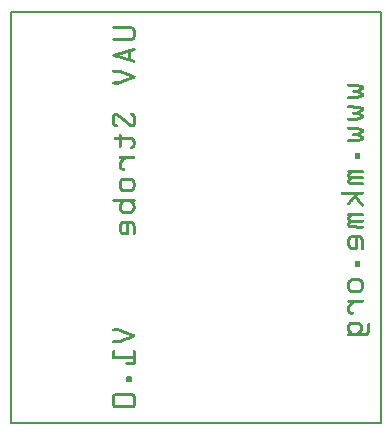
<source format=gbo>
G04 MADE WITH FRITZING*
G04 WWW.FRITZING.ORG*
G04 DOUBLE SIDED*
G04 HOLES PLATED*
G04 CONTOUR ON CENTER OF CONTOUR VECTOR*
%ASAXBY*%
%FSLAX23Y23*%
%MOIN*%
%OFA0B0*%
%SFA1.0B1.0*%
%ADD10R,1.242500X1.380760X1.226500X1.364760*%
%ADD11C,0.008000*%
%ADD12R,0.001000X0.001000*%
%LNSILK0*%
G90*
G70*
G54D11*
X4Y1377D02*
X1239Y1377D01*
X1239Y4D01*
X4Y4D01*
X4Y1377D01*
D02*
G54D12*
X346Y1327D02*
X410Y1327D01*
X345Y1326D02*
X412Y1326D01*
X344Y1325D02*
X414Y1325D01*
X344Y1324D02*
X415Y1324D01*
X344Y1323D02*
X416Y1323D01*
X344Y1322D02*
X417Y1322D01*
X344Y1321D02*
X418Y1321D01*
X345Y1320D02*
X419Y1320D01*
X345Y1319D02*
X419Y1319D01*
X347Y1318D02*
X420Y1318D01*
X409Y1317D02*
X420Y1317D01*
X410Y1316D02*
X420Y1316D01*
X411Y1315D02*
X420Y1315D01*
X411Y1314D02*
X421Y1314D01*
X411Y1313D02*
X421Y1313D01*
X412Y1312D02*
X421Y1312D01*
X412Y1311D02*
X421Y1311D01*
X412Y1310D02*
X421Y1310D01*
X412Y1309D02*
X421Y1309D01*
X412Y1308D02*
X421Y1308D01*
X412Y1307D02*
X421Y1307D01*
X412Y1306D02*
X421Y1306D01*
X412Y1305D02*
X421Y1305D01*
X412Y1304D02*
X421Y1304D01*
X412Y1303D02*
X421Y1303D01*
X412Y1302D02*
X421Y1302D01*
X412Y1301D02*
X421Y1301D01*
X412Y1300D02*
X421Y1300D01*
X412Y1299D02*
X421Y1299D01*
X412Y1298D02*
X421Y1298D01*
X412Y1297D02*
X421Y1297D01*
X412Y1296D02*
X421Y1296D01*
X412Y1295D02*
X421Y1295D01*
X412Y1294D02*
X421Y1294D01*
X412Y1293D02*
X421Y1293D01*
X411Y1292D02*
X421Y1292D01*
X411Y1291D02*
X420Y1291D01*
X410Y1290D02*
X420Y1290D01*
X409Y1289D02*
X420Y1289D01*
X407Y1288D02*
X420Y1288D01*
X346Y1287D02*
X419Y1287D01*
X345Y1286D02*
X419Y1286D01*
X344Y1285D02*
X418Y1285D01*
X344Y1284D02*
X418Y1284D01*
X344Y1283D02*
X417Y1283D01*
X344Y1282D02*
X416Y1282D01*
X344Y1281D02*
X415Y1281D01*
X345Y1280D02*
X413Y1280D01*
X346Y1279D02*
X411Y1279D01*
X348Y1278D02*
X407Y1278D01*
X413Y1255D02*
X418Y1255D01*
X410Y1254D02*
X419Y1254D01*
X406Y1253D02*
X420Y1253D01*
X403Y1252D02*
X420Y1252D01*
X400Y1251D02*
X421Y1251D01*
X396Y1250D02*
X421Y1250D01*
X393Y1249D02*
X420Y1249D01*
X389Y1248D02*
X420Y1248D01*
X386Y1247D02*
X419Y1247D01*
X383Y1246D02*
X417Y1246D01*
X379Y1245D02*
X414Y1245D01*
X376Y1244D02*
X411Y1244D01*
X372Y1243D02*
X407Y1243D01*
X369Y1242D02*
X404Y1242D01*
X366Y1241D02*
X404Y1241D01*
X362Y1240D02*
X404Y1240D01*
X359Y1239D02*
X404Y1239D01*
X355Y1238D02*
X390Y1238D01*
X395Y1238D02*
X404Y1238D01*
X352Y1237D02*
X387Y1237D01*
X395Y1237D02*
X404Y1237D01*
X348Y1236D02*
X383Y1236D01*
X395Y1236D02*
X404Y1236D01*
X346Y1235D02*
X380Y1235D01*
X395Y1235D02*
X404Y1235D01*
X345Y1234D02*
X377Y1234D01*
X395Y1234D02*
X404Y1234D01*
X344Y1233D02*
X373Y1233D01*
X395Y1233D02*
X404Y1233D01*
X344Y1232D02*
X370Y1232D01*
X395Y1232D02*
X404Y1232D01*
X344Y1231D02*
X367Y1231D01*
X395Y1231D02*
X404Y1231D01*
X344Y1230D02*
X369Y1230D01*
X395Y1230D02*
X404Y1230D01*
X344Y1229D02*
X372Y1229D01*
X395Y1229D02*
X404Y1229D01*
X345Y1228D02*
X375Y1228D01*
X395Y1228D02*
X404Y1228D01*
X345Y1227D02*
X379Y1227D01*
X395Y1227D02*
X404Y1227D01*
X347Y1226D02*
X382Y1226D01*
X395Y1226D02*
X404Y1226D01*
X351Y1225D02*
X386Y1225D01*
X395Y1225D02*
X404Y1225D01*
X354Y1224D02*
X389Y1224D01*
X395Y1224D02*
X404Y1224D01*
X357Y1223D02*
X392Y1223D01*
X394Y1223D02*
X404Y1223D01*
X361Y1222D02*
X404Y1222D01*
X364Y1221D02*
X404Y1221D01*
X368Y1220D02*
X404Y1220D01*
X371Y1219D02*
X406Y1219D01*
X375Y1218D02*
X409Y1218D01*
X378Y1217D02*
X413Y1217D01*
X381Y1216D02*
X416Y1216D01*
X385Y1215D02*
X419Y1215D01*
X388Y1214D02*
X420Y1214D01*
X392Y1213D02*
X420Y1213D01*
X395Y1212D02*
X420Y1212D01*
X399Y1211D02*
X421Y1211D01*
X402Y1210D02*
X420Y1210D01*
X406Y1209D02*
X420Y1209D01*
X409Y1208D02*
X420Y1208D01*
X412Y1207D02*
X419Y1207D01*
X416Y1206D02*
X417Y1206D01*
X346Y1183D02*
X368Y1183D01*
X345Y1182D02*
X370Y1182D01*
X344Y1181D02*
X373Y1181D01*
X344Y1180D02*
X375Y1180D01*
X344Y1179D02*
X378Y1179D01*
X344Y1178D02*
X380Y1178D01*
X344Y1177D02*
X383Y1177D01*
X345Y1176D02*
X386Y1176D01*
X345Y1175D02*
X388Y1175D01*
X347Y1174D02*
X391Y1174D01*
X366Y1173D02*
X393Y1173D01*
X369Y1172D02*
X396Y1172D01*
X371Y1171D02*
X398Y1171D01*
X374Y1170D02*
X401Y1170D01*
X377Y1169D02*
X404Y1169D01*
X379Y1168D02*
X406Y1168D01*
X382Y1167D02*
X409Y1167D01*
X384Y1166D02*
X411Y1166D01*
X387Y1165D02*
X414Y1165D01*
X389Y1164D02*
X416Y1164D01*
X392Y1163D02*
X419Y1163D01*
X394Y1162D02*
X420Y1162D01*
X397Y1161D02*
X420Y1161D01*
X399Y1160D02*
X421Y1160D01*
X402Y1159D02*
X421Y1159D01*
X401Y1158D02*
X421Y1158D01*
X398Y1157D02*
X420Y1157D01*
X395Y1156D02*
X420Y1156D01*
X393Y1155D02*
X419Y1155D01*
X390Y1154D02*
X417Y1154D01*
X388Y1153D02*
X415Y1153D01*
X385Y1152D02*
X412Y1152D01*
X383Y1151D02*
X409Y1151D01*
X380Y1150D02*
X407Y1150D01*
X378Y1149D02*
X404Y1149D01*
X375Y1148D02*
X402Y1148D01*
X372Y1147D02*
X399Y1147D01*
X370Y1146D02*
X397Y1146D01*
X367Y1145D02*
X394Y1145D01*
X349Y1144D02*
X392Y1144D01*
X346Y1143D02*
X389Y1143D01*
X345Y1142D02*
X386Y1142D01*
X344Y1141D02*
X384Y1141D01*
X344Y1140D02*
X381Y1140D01*
X344Y1139D02*
X379Y1139D01*
X344Y1138D02*
X376Y1138D01*
X344Y1137D02*
X374Y1137D01*
X345Y1136D02*
X371Y1136D01*
X1129Y1136D02*
X1147Y1136D01*
X346Y1135D02*
X368Y1135D01*
X1128Y1135D02*
X1162Y1135D01*
X348Y1134D02*
X366Y1134D01*
X1127Y1134D02*
X1166Y1134D01*
X1127Y1133D02*
X1169Y1133D01*
X1126Y1132D02*
X1173Y1132D01*
X1126Y1131D02*
X1176Y1131D01*
X1127Y1130D02*
X1179Y1130D01*
X1127Y1129D02*
X1181Y1129D01*
X1128Y1128D02*
X1181Y1128D01*
X1129Y1127D02*
X1182Y1127D01*
X1144Y1126D02*
X1182Y1126D01*
X1162Y1125D02*
X1182Y1125D01*
X1165Y1124D02*
X1182Y1124D01*
X1169Y1123D02*
X1182Y1123D01*
X1170Y1122D02*
X1182Y1122D01*
X1169Y1121D02*
X1182Y1121D01*
X1167Y1120D02*
X1182Y1120D01*
X1165Y1119D02*
X1182Y1119D01*
X1164Y1118D02*
X1181Y1118D01*
X1162Y1117D02*
X1181Y1117D01*
X1160Y1116D02*
X1179Y1116D01*
X1146Y1115D02*
X1178Y1115D01*
X1145Y1114D02*
X1176Y1114D01*
X1144Y1113D02*
X1174Y1113D01*
X1144Y1112D02*
X1173Y1112D01*
X1143Y1111D02*
X1171Y1111D01*
X1143Y1110D02*
X1171Y1110D01*
X1144Y1109D02*
X1173Y1109D01*
X1144Y1108D02*
X1175Y1108D01*
X1145Y1107D02*
X1176Y1107D01*
X1146Y1106D02*
X1178Y1106D01*
X1161Y1105D02*
X1180Y1105D01*
X1162Y1104D02*
X1181Y1104D01*
X1164Y1103D02*
X1182Y1103D01*
X1166Y1102D02*
X1182Y1102D01*
X1168Y1101D02*
X1182Y1101D01*
X1169Y1100D02*
X1182Y1100D01*
X1170Y1099D02*
X1182Y1099D01*
X1168Y1098D02*
X1182Y1098D01*
X1164Y1097D02*
X1182Y1097D01*
X1161Y1096D02*
X1182Y1096D01*
X1138Y1095D02*
X1182Y1095D01*
X1129Y1094D02*
X1182Y1094D01*
X1128Y1093D02*
X1181Y1093D01*
X1127Y1092D02*
X1180Y1092D01*
X1127Y1091D02*
X1179Y1091D01*
X1126Y1090D02*
X1176Y1090D01*
X1126Y1089D02*
X1172Y1089D01*
X1127Y1088D02*
X1169Y1088D01*
X1127Y1087D02*
X1166Y1087D01*
X1128Y1086D02*
X1162Y1086D01*
X1130Y1085D02*
X1140Y1085D01*
X1129Y1064D02*
X1148Y1064D01*
X1128Y1063D02*
X1162Y1063D01*
X1127Y1062D02*
X1166Y1062D01*
X1127Y1061D02*
X1169Y1061D01*
X1126Y1060D02*
X1173Y1060D01*
X1126Y1059D02*
X1176Y1059D01*
X1127Y1058D02*
X1179Y1058D01*
X1127Y1057D02*
X1181Y1057D01*
X1128Y1056D02*
X1181Y1056D01*
X1129Y1055D02*
X1182Y1055D01*
X1145Y1054D02*
X1182Y1054D01*
X1162Y1053D02*
X1182Y1053D01*
X1165Y1052D02*
X1182Y1052D01*
X1169Y1051D02*
X1182Y1051D01*
X1170Y1050D02*
X1182Y1050D01*
X1169Y1049D02*
X1182Y1049D01*
X1167Y1048D02*
X1182Y1048D01*
X1165Y1047D02*
X1182Y1047D01*
X1164Y1046D02*
X1181Y1046D01*
X1162Y1045D02*
X1181Y1045D01*
X1160Y1044D02*
X1179Y1044D01*
X1146Y1043D02*
X1178Y1043D01*
X1145Y1042D02*
X1176Y1042D01*
X1144Y1041D02*
X1174Y1041D01*
X1144Y1040D02*
X1172Y1040D01*
X351Y1039D02*
X358Y1039D01*
X406Y1039D02*
X412Y1039D01*
X1143Y1039D02*
X1171Y1039D01*
X349Y1038D02*
X360Y1038D01*
X404Y1038D02*
X414Y1038D01*
X1143Y1038D02*
X1171Y1038D01*
X348Y1037D02*
X362Y1037D01*
X404Y1037D02*
X415Y1037D01*
X1144Y1037D02*
X1173Y1037D01*
X347Y1036D02*
X363Y1036D01*
X403Y1036D02*
X416Y1036D01*
X1144Y1036D02*
X1175Y1036D01*
X346Y1035D02*
X364Y1035D01*
X403Y1035D02*
X417Y1035D01*
X1145Y1035D02*
X1176Y1035D01*
X345Y1034D02*
X366Y1034D01*
X403Y1034D02*
X418Y1034D01*
X1146Y1034D02*
X1178Y1034D01*
X345Y1033D02*
X367Y1033D01*
X403Y1033D02*
X419Y1033D01*
X1161Y1033D02*
X1180Y1033D01*
X344Y1032D02*
X368Y1032D01*
X404Y1032D02*
X419Y1032D01*
X1162Y1032D02*
X1181Y1032D01*
X344Y1031D02*
X369Y1031D01*
X405Y1031D02*
X420Y1031D01*
X1164Y1031D02*
X1182Y1031D01*
X344Y1030D02*
X371Y1030D01*
X407Y1030D02*
X420Y1030D01*
X1166Y1030D02*
X1182Y1030D01*
X344Y1029D02*
X353Y1029D01*
X356Y1029D02*
X372Y1029D01*
X410Y1029D02*
X420Y1029D01*
X1168Y1029D02*
X1182Y1029D01*
X344Y1028D02*
X353Y1028D01*
X358Y1028D02*
X373Y1028D01*
X411Y1028D02*
X420Y1028D01*
X1169Y1028D02*
X1182Y1028D01*
X344Y1027D02*
X353Y1027D01*
X359Y1027D02*
X375Y1027D01*
X411Y1027D02*
X421Y1027D01*
X1170Y1027D02*
X1182Y1027D01*
X344Y1026D02*
X353Y1026D01*
X360Y1026D02*
X376Y1026D01*
X412Y1026D02*
X421Y1026D01*
X1168Y1026D02*
X1182Y1026D01*
X344Y1025D02*
X353Y1025D01*
X361Y1025D02*
X377Y1025D01*
X412Y1025D02*
X421Y1025D01*
X1164Y1025D02*
X1182Y1025D01*
X344Y1024D02*
X353Y1024D01*
X363Y1024D02*
X378Y1024D01*
X412Y1024D02*
X421Y1024D01*
X1161Y1024D02*
X1182Y1024D01*
X344Y1023D02*
X353Y1023D01*
X364Y1023D02*
X380Y1023D01*
X412Y1023D02*
X421Y1023D01*
X1137Y1023D02*
X1182Y1023D01*
X344Y1022D02*
X353Y1022D01*
X365Y1022D02*
X381Y1022D01*
X412Y1022D02*
X421Y1022D01*
X1129Y1022D02*
X1182Y1022D01*
X344Y1021D02*
X353Y1021D01*
X367Y1021D02*
X382Y1021D01*
X412Y1021D02*
X421Y1021D01*
X1128Y1021D02*
X1181Y1021D01*
X344Y1020D02*
X353Y1020D01*
X368Y1020D02*
X384Y1020D01*
X412Y1020D02*
X421Y1020D01*
X1127Y1020D02*
X1180Y1020D01*
X344Y1019D02*
X353Y1019D01*
X369Y1019D02*
X385Y1019D01*
X412Y1019D02*
X421Y1019D01*
X1127Y1019D02*
X1179Y1019D01*
X344Y1018D02*
X353Y1018D01*
X370Y1018D02*
X386Y1018D01*
X412Y1018D02*
X421Y1018D01*
X1126Y1018D02*
X1175Y1018D01*
X344Y1017D02*
X353Y1017D01*
X372Y1017D02*
X387Y1017D01*
X412Y1017D02*
X421Y1017D01*
X1126Y1017D02*
X1172Y1017D01*
X344Y1016D02*
X353Y1016D01*
X373Y1016D02*
X389Y1016D01*
X412Y1016D02*
X421Y1016D01*
X1127Y1016D02*
X1169Y1016D01*
X344Y1015D02*
X353Y1015D01*
X374Y1015D02*
X390Y1015D01*
X412Y1015D02*
X421Y1015D01*
X1127Y1015D02*
X1165Y1015D01*
X344Y1014D02*
X353Y1014D01*
X376Y1014D02*
X391Y1014D01*
X412Y1014D02*
X421Y1014D01*
X1128Y1014D02*
X1162Y1014D01*
X344Y1013D02*
X353Y1013D01*
X377Y1013D02*
X393Y1013D01*
X412Y1013D02*
X421Y1013D01*
X1130Y1013D02*
X1138Y1013D01*
X344Y1012D02*
X353Y1012D01*
X378Y1012D02*
X394Y1012D01*
X412Y1012D02*
X421Y1012D01*
X344Y1011D02*
X353Y1011D01*
X379Y1011D02*
X395Y1011D01*
X412Y1011D02*
X421Y1011D01*
X344Y1010D02*
X353Y1010D01*
X381Y1010D02*
X396Y1010D01*
X412Y1010D02*
X421Y1010D01*
X344Y1009D02*
X353Y1009D01*
X382Y1009D02*
X398Y1009D01*
X412Y1009D02*
X421Y1009D01*
X344Y1008D02*
X353Y1008D01*
X383Y1008D02*
X399Y1008D01*
X412Y1008D02*
X421Y1008D01*
X344Y1007D02*
X353Y1007D01*
X385Y1007D02*
X400Y1007D01*
X412Y1007D02*
X421Y1007D01*
X344Y1006D02*
X353Y1006D01*
X386Y1006D02*
X402Y1006D01*
X412Y1006D02*
X421Y1006D01*
X344Y1005D02*
X353Y1005D01*
X387Y1005D02*
X403Y1005D01*
X412Y1005D02*
X421Y1005D01*
X344Y1004D02*
X353Y1004D01*
X388Y1004D02*
X404Y1004D01*
X412Y1004D02*
X421Y1004D01*
X344Y1003D02*
X353Y1003D01*
X390Y1003D02*
X406Y1003D01*
X412Y1003D02*
X421Y1003D01*
X344Y1002D02*
X353Y1002D01*
X391Y1002D02*
X407Y1002D01*
X412Y1002D02*
X421Y1002D01*
X344Y1001D02*
X354Y1001D01*
X392Y1001D02*
X408Y1001D01*
X411Y1001D02*
X421Y1001D01*
X344Y1000D02*
X357Y1000D01*
X394Y1000D02*
X421Y1000D01*
X345Y999D02*
X359Y999D01*
X395Y999D02*
X420Y999D01*
X345Y998D02*
X360Y998D01*
X396Y998D02*
X420Y998D01*
X345Y997D02*
X361Y997D01*
X397Y997D02*
X420Y997D01*
X346Y996D02*
X361Y996D01*
X399Y996D02*
X419Y996D01*
X347Y995D02*
X361Y995D01*
X400Y995D02*
X419Y995D01*
X348Y994D02*
X361Y994D01*
X401Y994D02*
X418Y994D01*
X349Y993D02*
X361Y993D01*
X403Y993D02*
X417Y993D01*
X350Y992D02*
X360Y992D01*
X404Y992D02*
X415Y992D01*
X1129Y992D02*
X1149Y992D01*
X352Y991D02*
X359Y991D01*
X406Y991D02*
X414Y991D01*
X1128Y991D02*
X1162Y991D01*
X1127Y990D02*
X1166Y990D01*
X1127Y989D02*
X1169Y989D01*
X1126Y988D02*
X1173Y988D01*
X1126Y987D02*
X1176Y987D01*
X1127Y986D02*
X1179Y986D01*
X1127Y985D02*
X1181Y985D01*
X1128Y984D02*
X1181Y984D01*
X1129Y983D02*
X1182Y983D01*
X1147Y982D02*
X1182Y982D01*
X1162Y981D02*
X1182Y981D01*
X1165Y980D02*
X1182Y980D01*
X1169Y979D02*
X1182Y979D01*
X1170Y978D02*
X1182Y978D01*
X1169Y977D02*
X1182Y977D01*
X1167Y976D02*
X1182Y976D01*
X1165Y975D02*
X1182Y975D01*
X1164Y974D02*
X1181Y974D01*
X1162Y973D02*
X1181Y973D01*
X1160Y972D02*
X1179Y972D01*
X1146Y971D02*
X1177Y971D01*
X1145Y970D02*
X1176Y970D01*
X1144Y969D02*
X1174Y969D01*
X1144Y968D02*
X1172Y968D01*
X367Y967D02*
X372Y967D01*
X1143Y967D02*
X1171Y967D01*
X366Y966D02*
X373Y966D01*
X1143Y966D02*
X1171Y966D01*
X365Y965D02*
X373Y965D01*
X1144Y965D02*
X1173Y965D01*
X365Y964D02*
X374Y964D01*
X1144Y964D02*
X1175Y964D01*
X365Y963D02*
X374Y963D01*
X1145Y963D02*
X1176Y963D01*
X365Y962D02*
X374Y962D01*
X1147Y962D02*
X1178Y962D01*
X365Y961D02*
X374Y961D01*
X1161Y961D02*
X1180Y961D01*
X365Y960D02*
X374Y960D01*
X1163Y960D02*
X1181Y960D01*
X365Y959D02*
X374Y959D01*
X1164Y959D02*
X1182Y959D01*
X365Y958D02*
X374Y958D01*
X1166Y958D02*
X1182Y958D01*
X350Y957D02*
X411Y957D01*
X1168Y957D02*
X1182Y957D01*
X349Y956D02*
X413Y956D01*
X1169Y956D02*
X1182Y956D01*
X348Y955D02*
X414Y955D01*
X1170Y955D02*
X1182Y955D01*
X348Y954D02*
X416Y954D01*
X1168Y954D02*
X1182Y954D01*
X348Y953D02*
X417Y953D01*
X1164Y953D02*
X1182Y953D01*
X348Y952D02*
X417Y952D01*
X1161Y952D02*
X1182Y952D01*
X348Y951D02*
X418Y951D01*
X1136Y951D02*
X1182Y951D01*
X349Y950D02*
X419Y950D01*
X1129Y950D02*
X1182Y950D01*
X350Y949D02*
X419Y949D01*
X1128Y949D02*
X1181Y949D01*
X352Y948D02*
X420Y948D01*
X1127Y948D02*
X1180Y948D01*
X365Y947D02*
X374Y947D01*
X409Y947D02*
X420Y947D01*
X1127Y947D02*
X1179Y947D01*
X365Y946D02*
X374Y946D01*
X410Y946D02*
X420Y946D01*
X1126Y946D02*
X1175Y946D01*
X365Y945D02*
X374Y945D01*
X411Y945D02*
X420Y945D01*
X1126Y945D02*
X1172Y945D01*
X365Y944D02*
X374Y944D01*
X411Y944D02*
X421Y944D01*
X1127Y944D02*
X1169Y944D01*
X365Y943D02*
X374Y943D01*
X412Y943D02*
X421Y943D01*
X1127Y943D02*
X1165Y943D01*
X365Y942D02*
X374Y942D01*
X412Y942D02*
X421Y942D01*
X1128Y942D02*
X1162Y942D01*
X365Y941D02*
X374Y941D01*
X412Y941D02*
X421Y941D01*
X1130Y941D02*
X1137Y941D01*
X365Y940D02*
X374Y940D01*
X412Y940D02*
X421Y940D01*
X365Y939D02*
X374Y939D01*
X412Y939D02*
X421Y939D01*
X365Y938D02*
X374Y938D01*
X412Y938D02*
X421Y938D01*
X365Y937D02*
X374Y937D01*
X412Y937D02*
X421Y937D01*
X365Y936D02*
X374Y936D01*
X412Y936D02*
X421Y936D01*
X365Y935D02*
X374Y935D01*
X412Y935D02*
X421Y935D01*
X365Y934D02*
X374Y934D01*
X412Y934D02*
X421Y934D01*
X365Y933D02*
X374Y933D01*
X412Y933D02*
X421Y933D01*
X365Y932D02*
X374Y932D01*
X411Y932D02*
X421Y932D01*
X365Y931D02*
X374Y931D01*
X411Y931D02*
X420Y931D01*
X365Y930D02*
X374Y930D01*
X410Y930D02*
X420Y930D01*
X365Y929D02*
X374Y929D01*
X409Y929D02*
X420Y929D01*
X365Y928D02*
X374Y928D01*
X407Y928D02*
X420Y928D01*
X365Y927D02*
X374Y927D01*
X405Y927D02*
X419Y927D01*
X365Y926D02*
X373Y926D01*
X404Y926D02*
X419Y926D01*
X366Y925D02*
X373Y925D01*
X403Y925D02*
X418Y925D01*
X367Y924D02*
X372Y924D01*
X403Y924D02*
X417Y924D01*
X403Y923D02*
X417Y923D01*
X403Y922D02*
X416Y922D01*
X404Y921D02*
X414Y921D01*
X404Y920D02*
X413Y920D01*
X405Y919D02*
X411Y919D01*
X1154Y904D02*
X1167Y904D01*
X1153Y903D02*
X1168Y903D01*
X1152Y902D02*
X1169Y902D01*
X1152Y901D02*
X1169Y901D01*
X1152Y900D02*
X1169Y900D01*
X1152Y899D02*
X1169Y899D01*
X1152Y898D02*
X1169Y898D01*
X1152Y897D02*
X1169Y897D01*
X1152Y896D02*
X1169Y896D01*
X367Y895D02*
X418Y895D01*
X1152Y895D02*
X1169Y895D01*
X366Y894D02*
X419Y894D01*
X1152Y894D02*
X1169Y894D01*
X365Y893D02*
X420Y893D01*
X1152Y893D02*
X1169Y893D01*
X365Y892D02*
X420Y892D01*
X1152Y892D02*
X1169Y892D01*
X365Y891D02*
X421Y891D01*
X1152Y891D02*
X1169Y891D01*
X365Y890D02*
X420Y890D01*
X1152Y890D02*
X1169Y890D01*
X365Y889D02*
X420Y889D01*
X1152Y889D02*
X1169Y889D01*
X366Y888D02*
X420Y888D01*
X1152Y888D02*
X1169Y888D01*
X367Y887D02*
X419Y887D01*
X1153Y887D02*
X1168Y887D01*
X369Y886D02*
X417Y886D01*
X1154Y886D02*
X1168Y886D01*
X375Y885D02*
X388Y885D01*
X1155Y885D02*
X1166Y885D01*
X374Y884D02*
X387Y884D01*
X374Y883D02*
X386Y883D01*
X373Y882D02*
X385Y882D01*
X372Y881D02*
X384Y881D01*
X371Y880D02*
X383Y880D01*
X370Y879D02*
X382Y879D01*
X369Y878D02*
X382Y878D01*
X368Y877D02*
X381Y877D01*
X368Y876D02*
X380Y876D01*
X367Y875D02*
X379Y875D01*
X366Y874D02*
X378Y874D01*
X365Y873D02*
X377Y873D01*
X365Y872D02*
X376Y872D01*
X365Y871D02*
X376Y871D01*
X365Y870D02*
X375Y870D01*
X365Y869D02*
X374Y869D01*
X365Y868D02*
X374Y868D01*
X365Y867D02*
X374Y867D01*
X365Y866D02*
X374Y866D01*
X365Y865D02*
X374Y865D01*
X365Y864D02*
X374Y864D01*
X365Y863D02*
X374Y863D01*
X365Y862D02*
X374Y862D01*
X365Y861D02*
X374Y861D01*
X365Y860D02*
X374Y860D01*
X365Y859D02*
X374Y859D01*
X365Y858D02*
X375Y858D01*
X365Y857D02*
X376Y857D01*
X366Y856D02*
X383Y856D01*
X366Y855D02*
X385Y855D01*
X367Y854D02*
X386Y854D01*
X367Y853D02*
X386Y853D01*
X368Y852D02*
X387Y852D01*
X369Y851D02*
X387Y851D01*
X370Y850D02*
X386Y850D01*
X371Y849D02*
X386Y849D01*
X373Y848D02*
X385Y848D01*
X1129Y848D02*
X1179Y848D01*
X375Y847D02*
X384Y847D01*
X1128Y847D02*
X1180Y847D01*
X1127Y846D02*
X1181Y846D01*
X1127Y845D02*
X1182Y845D01*
X1126Y844D02*
X1182Y844D01*
X1126Y843D02*
X1182Y843D01*
X1127Y842D02*
X1182Y842D01*
X1127Y841D02*
X1181Y841D01*
X1128Y840D02*
X1181Y840D01*
X1129Y839D02*
X1179Y839D01*
X1129Y838D02*
X1142Y838D01*
X1129Y837D02*
X1141Y837D01*
X1128Y836D02*
X1140Y836D01*
X1127Y835D02*
X1139Y835D01*
X1127Y834D02*
X1138Y834D01*
X1127Y833D02*
X1137Y833D01*
X1126Y832D02*
X1136Y832D01*
X1126Y831D02*
X1136Y831D01*
X1126Y830D02*
X1135Y830D01*
X1126Y829D02*
X1136Y829D01*
X1127Y828D02*
X1137Y828D01*
X1127Y827D02*
X1180Y827D01*
X1127Y826D02*
X1181Y826D01*
X1127Y825D02*
X1181Y825D01*
X1128Y824D02*
X1182Y824D01*
X378Y823D02*
X408Y823D01*
X1129Y823D02*
X1182Y823D01*
X376Y822D02*
X410Y822D01*
X1129Y822D02*
X1182Y822D01*
X374Y821D02*
X412Y821D01*
X1130Y821D02*
X1182Y821D01*
X373Y820D02*
X413Y820D01*
X1131Y820D02*
X1181Y820D01*
X372Y819D02*
X414Y819D01*
X1130Y819D02*
X1180Y819D01*
X371Y818D02*
X415Y818D01*
X1129Y818D02*
X1178Y818D01*
X370Y817D02*
X415Y817D01*
X1129Y817D02*
X1141Y817D01*
X369Y816D02*
X416Y816D01*
X1128Y816D02*
X1140Y816D01*
X368Y815D02*
X417Y815D01*
X1127Y815D02*
X1139Y815D01*
X368Y814D02*
X418Y814D01*
X1127Y814D02*
X1138Y814D01*
X367Y813D02*
X379Y813D01*
X406Y813D02*
X418Y813D01*
X1127Y813D02*
X1137Y813D01*
X366Y812D02*
X378Y812D01*
X407Y812D02*
X419Y812D01*
X1127Y812D02*
X1136Y812D01*
X366Y811D02*
X377Y811D01*
X408Y811D02*
X419Y811D01*
X1127Y811D02*
X1136Y811D01*
X366Y810D02*
X376Y810D01*
X409Y810D02*
X420Y810D01*
X1127Y810D02*
X1135Y810D01*
X365Y809D02*
X376Y809D01*
X410Y809D02*
X420Y809D01*
X1127Y809D02*
X1136Y809D01*
X365Y808D02*
X375Y808D01*
X411Y808D02*
X420Y808D01*
X1127Y808D02*
X1155Y808D01*
X365Y807D02*
X374Y807D01*
X411Y807D02*
X420Y807D01*
X1127Y807D02*
X1178Y807D01*
X365Y806D02*
X374Y806D01*
X411Y806D02*
X421Y806D01*
X1128Y806D02*
X1180Y806D01*
X365Y805D02*
X374Y805D01*
X412Y805D02*
X421Y805D01*
X1128Y805D02*
X1181Y805D01*
X365Y804D02*
X374Y804D01*
X412Y804D02*
X421Y804D01*
X1129Y804D02*
X1182Y804D01*
X365Y803D02*
X374Y803D01*
X412Y803D02*
X421Y803D01*
X1129Y803D02*
X1182Y803D01*
X365Y802D02*
X374Y802D01*
X412Y802D02*
X421Y802D01*
X1130Y802D02*
X1182Y802D01*
X365Y801D02*
X374Y801D01*
X412Y801D02*
X421Y801D01*
X1131Y801D02*
X1182Y801D01*
X365Y800D02*
X374Y800D01*
X412Y800D02*
X421Y800D01*
X1133Y800D02*
X1182Y800D01*
X365Y799D02*
X374Y799D01*
X412Y799D02*
X421Y799D01*
X1135Y799D02*
X1181Y799D01*
X365Y798D02*
X374Y798D01*
X412Y798D02*
X421Y798D01*
X1155Y798D02*
X1180Y798D01*
X365Y797D02*
X374Y797D01*
X412Y797D02*
X421Y797D01*
X365Y796D02*
X374Y796D01*
X412Y796D02*
X421Y796D01*
X365Y795D02*
X374Y795D01*
X412Y795D02*
X421Y795D01*
X365Y794D02*
X374Y794D01*
X412Y794D02*
X421Y794D01*
X365Y793D02*
X374Y793D01*
X412Y793D02*
X421Y793D01*
X365Y792D02*
X374Y792D01*
X411Y792D02*
X421Y792D01*
X365Y791D02*
X374Y791D01*
X411Y791D02*
X421Y791D01*
X365Y790D02*
X375Y790D01*
X411Y790D02*
X420Y790D01*
X365Y789D02*
X375Y789D01*
X410Y789D02*
X420Y789D01*
X366Y788D02*
X376Y788D01*
X409Y788D02*
X420Y788D01*
X366Y787D02*
X377Y787D01*
X408Y787D02*
X419Y787D01*
X367Y786D02*
X378Y786D01*
X407Y786D02*
X419Y786D01*
X367Y785D02*
X379Y785D01*
X406Y785D02*
X418Y785D01*
X368Y784D02*
X418Y784D01*
X369Y783D02*
X417Y783D01*
X369Y782D02*
X416Y782D01*
X370Y781D02*
X415Y781D01*
X371Y780D02*
X414Y780D01*
X372Y779D02*
X413Y779D01*
X373Y778D02*
X412Y778D01*
X374Y777D02*
X411Y777D01*
X376Y776D02*
X410Y776D01*
X378Y775D02*
X408Y775D01*
X1108Y775D02*
X1179Y775D01*
X1107Y774D02*
X1181Y774D01*
X1107Y773D02*
X1181Y773D01*
X1107Y772D02*
X1182Y772D01*
X1107Y771D02*
X1182Y771D01*
X1107Y770D02*
X1182Y770D01*
X1107Y769D02*
X1182Y769D01*
X1107Y768D02*
X1181Y768D01*
X1107Y767D02*
X1180Y767D01*
X1108Y766D02*
X1179Y766D01*
X1150Y765D02*
X1162Y765D01*
X1149Y764D02*
X1161Y764D01*
X1148Y763D02*
X1160Y763D01*
X1147Y762D02*
X1159Y762D01*
X1146Y761D02*
X1158Y761D01*
X1145Y760D02*
X1159Y760D01*
X1144Y759D02*
X1160Y759D01*
X1144Y758D02*
X1161Y758D01*
X1143Y757D02*
X1161Y757D01*
X1142Y756D02*
X1162Y756D01*
X1141Y755D02*
X1163Y755D01*
X1140Y754D02*
X1164Y754D01*
X1139Y753D02*
X1165Y753D01*
X1138Y752D02*
X1151Y752D01*
X1153Y752D02*
X1166Y752D01*
X346Y751D02*
X418Y751D01*
X1138Y751D02*
X1150Y751D01*
X1154Y751D02*
X1167Y751D01*
X345Y750D02*
X419Y750D01*
X1137Y750D02*
X1149Y750D01*
X1155Y750D02*
X1167Y750D01*
X344Y749D02*
X420Y749D01*
X1136Y749D02*
X1148Y749D01*
X1156Y749D02*
X1168Y749D01*
X344Y748D02*
X420Y748D01*
X1135Y748D02*
X1147Y748D01*
X1157Y748D02*
X1169Y748D01*
X344Y747D02*
X421Y747D01*
X1134Y747D02*
X1146Y747D01*
X1158Y747D02*
X1170Y747D01*
X344Y746D02*
X420Y746D01*
X1133Y746D02*
X1146Y746D01*
X1159Y746D02*
X1171Y746D01*
X344Y745D02*
X420Y745D01*
X1132Y745D02*
X1145Y745D01*
X1159Y745D02*
X1172Y745D01*
X345Y744D02*
X420Y744D01*
X1132Y744D02*
X1144Y744D01*
X1160Y744D02*
X1173Y744D01*
X346Y743D02*
X419Y743D01*
X1131Y743D02*
X1143Y743D01*
X1161Y743D02*
X1173Y743D01*
X348Y742D02*
X416Y742D01*
X1130Y742D02*
X1142Y742D01*
X1162Y742D02*
X1174Y742D01*
X371Y741D02*
X383Y741D01*
X402Y741D02*
X415Y741D01*
X1129Y741D02*
X1141Y741D01*
X1163Y741D02*
X1175Y741D01*
X370Y740D02*
X382Y740D01*
X403Y740D02*
X416Y740D01*
X1128Y740D02*
X1140Y740D01*
X1164Y740D02*
X1176Y740D01*
X369Y739D02*
X382Y739D01*
X404Y739D02*
X417Y739D01*
X1127Y739D02*
X1140Y739D01*
X1165Y739D02*
X1177Y739D01*
X368Y738D02*
X381Y738D01*
X405Y738D02*
X417Y738D01*
X1127Y738D02*
X1139Y738D01*
X1165Y738D02*
X1178Y738D01*
X368Y737D02*
X380Y737D01*
X406Y737D02*
X418Y737D01*
X1126Y737D02*
X1138Y737D01*
X1166Y737D02*
X1179Y737D01*
X367Y736D02*
X379Y736D01*
X407Y736D02*
X419Y736D01*
X1126Y736D02*
X1137Y736D01*
X1167Y736D02*
X1179Y736D01*
X366Y735D02*
X378Y735D01*
X407Y735D02*
X419Y735D01*
X1126Y735D02*
X1136Y735D01*
X1168Y735D02*
X1180Y735D01*
X366Y734D02*
X377Y734D01*
X408Y734D02*
X420Y734D01*
X1127Y734D02*
X1135Y734D01*
X1169Y734D02*
X1181Y734D01*
X366Y733D02*
X376Y733D01*
X409Y733D02*
X420Y733D01*
X1127Y733D02*
X1134Y733D01*
X1170Y733D02*
X1182Y733D01*
X365Y732D02*
X376Y732D01*
X410Y732D02*
X420Y732D01*
X1128Y732D02*
X1133Y732D01*
X1170Y732D02*
X1182Y732D01*
X365Y731D02*
X375Y731D01*
X411Y731D02*
X420Y731D01*
X1131Y731D02*
X1131Y731D01*
X1171Y731D02*
X1182Y731D01*
X365Y730D02*
X374Y730D01*
X411Y730D02*
X420Y730D01*
X1172Y730D02*
X1182Y730D01*
X365Y729D02*
X374Y729D01*
X411Y729D02*
X421Y729D01*
X1173Y729D02*
X1182Y729D01*
X365Y728D02*
X374Y728D01*
X412Y728D02*
X421Y728D01*
X1174Y728D02*
X1181Y728D01*
X365Y727D02*
X374Y727D01*
X412Y727D02*
X421Y727D01*
X1175Y727D02*
X1180Y727D01*
X365Y726D02*
X374Y726D01*
X412Y726D02*
X421Y726D01*
X1177Y726D02*
X1178Y726D01*
X365Y725D02*
X374Y725D01*
X412Y725D02*
X421Y725D01*
X365Y724D02*
X374Y724D01*
X412Y724D02*
X421Y724D01*
X365Y723D02*
X374Y723D01*
X412Y723D02*
X421Y723D01*
X365Y722D02*
X374Y722D01*
X412Y722D02*
X421Y722D01*
X365Y721D02*
X374Y721D01*
X412Y721D02*
X421Y721D01*
X365Y720D02*
X374Y720D01*
X411Y720D02*
X421Y720D01*
X365Y719D02*
X374Y719D01*
X411Y719D02*
X420Y719D01*
X365Y718D02*
X375Y718D01*
X411Y718D02*
X420Y718D01*
X365Y717D02*
X376Y717D01*
X410Y717D02*
X420Y717D01*
X366Y716D02*
X377Y716D01*
X409Y716D02*
X420Y716D01*
X366Y715D02*
X377Y715D01*
X408Y715D02*
X419Y715D01*
X367Y714D02*
X378Y714D01*
X407Y714D02*
X419Y714D01*
X367Y713D02*
X380Y713D01*
X406Y713D02*
X418Y713D01*
X368Y712D02*
X418Y712D01*
X369Y711D02*
X417Y711D01*
X369Y710D02*
X416Y710D01*
X370Y709D02*
X415Y709D01*
X371Y708D02*
X414Y708D01*
X372Y707D02*
X413Y707D01*
X373Y706D02*
X412Y706D01*
X374Y705D02*
X411Y705D01*
X376Y704D02*
X410Y704D01*
X1129Y704D02*
X1179Y704D01*
X378Y703D02*
X408Y703D01*
X1128Y703D02*
X1181Y703D01*
X1127Y702D02*
X1181Y702D01*
X1127Y701D02*
X1182Y701D01*
X1126Y700D02*
X1182Y700D01*
X1126Y699D02*
X1182Y699D01*
X1127Y698D02*
X1182Y698D01*
X1127Y697D02*
X1181Y697D01*
X1128Y696D02*
X1181Y696D01*
X1129Y695D02*
X1179Y695D01*
X1129Y694D02*
X1142Y694D01*
X1129Y693D02*
X1141Y693D01*
X1128Y692D02*
X1140Y692D01*
X1127Y691D02*
X1139Y691D01*
X1127Y690D02*
X1138Y690D01*
X1127Y689D02*
X1137Y689D01*
X1126Y688D02*
X1136Y688D01*
X1126Y687D02*
X1136Y687D01*
X1126Y686D02*
X1135Y686D01*
X1126Y685D02*
X1136Y685D01*
X1127Y684D02*
X1137Y684D01*
X1127Y683D02*
X1180Y683D01*
X1127Y682D02*
X1181Y682D01*
X1127Y681D02*
X1182Y681D01*
X1128Y680D02*
X1182Y680D01*
X378Y679D02*
X408Y679D01*
X1129Y679D02*
X1182Y679D01*
X376Y678D02*
X410Y678D01*
X1129Y678D02*
X1182Y678D01*
X374Y677D02*
X412Y677D01*
X1130Y677D02*
X1182Y677D01*
X373Y676D02*
X413Y676D01*
X1131Y676D02*
X1181Y676D01*
X372Y675D02*
X414Y675D01*
X1130Y675D02*
X1180Y675D01*
X371Y674D02*
X415Y674D01*
X1129Y674D02*
X1178Y674D01*
X370Y673D02*
X416Y673D01*
X1128Y673D02*
X1141Y673D01*
X369Y672D02*
X416Y672D01*
X1128Y672D02*
X1140Y672D01*
X368Y671D02*
X417Y671D01*
X1127Y671D02*
X1139Y671D01*
X368Y670D02*
X418Y670D01*
X1127Y670D02*
X1138Y670D01*
X367Y669D02*
X379Y669D01*
X390Y669D02*
X399Y669D01*
X406Y669D02*
X419Y669D01*
X1127Y669D02*
X1137Y669D01*
X366Y668D02*
X378Y668D01*
X390Y668D02*
X399Y668D01*
X408Y668D02*
X419Y668D01*
X1127Y668D02*
X1136Y668D01*
X366Y667D02*
X377Y667D01*
X390Y667D02*
X399Y667D01*
X408Y667D02*
X420Y667D01*
X1127Y667D02*
X1135Y667D01*
X366Y666D02*
X376Y666D01*
X390Y666D02*
X399Y666D01*
X409Y666D02*
X420Y666D01*
X1127Y666D02*
X1135Y666D01*
X365Y665D02*
X375Y665D01*
X390Y665D02*
X399Y665D01*
X410Y665D02*
X420Y665D01*
X1127Y665D02*
X1137Y665D01*
X365Y664D02*
X375Y664D01*
X390Y664D02*
X399Y664D01*
X411Y664D02*
X420Y664D01*
X1127Y664D02*
X1158Y664D01*
X365Y663D02*
X374Y663D01*
X390Y663D02*
X399Y663D01*
X411Y663D02*
X421Y663D01*
X1127Y663D02*
X1178Y663D01*
X365Y662D02*
X374Y662D01*
X390Y662D02*
X399Y662D01*
X411Y662D02*
X421Y662D01*
X1128Y662D02*
X1180Y662D01*
X365Y661D02*
X374Y661D01*
X390Y661D02*
X399Y661D01*
X412Y661D02*
X421Y661D01*
X1128Y661D02*
X1181Y661D01*
X365Y660D02*
X374Y660D01*
X390Y660D02*
X399Y660D01*
X412Y660D02*
X421Y660D01*
X1129Y660D02*
X1182Y660D01*
X365Y659D02*
X374Y659D01*
X390Y659D02*
X399Y659D01*
X412Y659D02*
X421Y659D01*
X1129Y659D02*
X1182Y659D01*
X365Y658D02*
X374Y658D01*
X390Y658D02*
X399Y658D01*
X412Y658D02*
X421Y658D01*
X1130Y658D02*
X1182Y658D01*
X365Y657D02*
X374Y657D01*
X390Y657D02*
X399Y657D01*
X412Y657D02*
X421Y657D01*
X1131Y657D02*
X1182Y657D01*
X365Y656D02*
X374Y656D01*
X390Y656D02*
X399Y656D01*
X412Y656D02*
X421Y656D01*
X1133Y656D02*
X1182Y656D01*
X365Y655D02*
X374Y655D01*
X390Y655D02*
X399Y655D01*
X412Y655D02*
X421Y655D01*
X1136Y655D02*
X1181Y655D01*
X365Y654D02*
X374Y654D01*
X390Y654D02*
X399Y654D01*
X412Y654D02*
X421Y654D01*
X1157Y654D02*
X1180Y654D01*
X365Y653D02*
X374Y653D01*
X390Y653D02*
X399Y653D01*
X412Y653D02*
X421Y653D01*
X365Y652D02*
X374Y652D01*
X390Y652D02*
X399Y652D01*
X412Y652D02*
X421Y652D01*
X365Y651D02*
X374Y651D01*
X390Y651D02*
X399Y651D01*
X412Y651D02*
X421Y651D01*
X365Y650D02*
X374Y650D01*
X390Y650D02*
X399Y650D01*
X412Y650D02*
X421Y650D01*
X365Y649D02*
X374Y649D01*
X390Y649D02*
X399Y649D01*
X412Y649D02*
X421Y649D01*
X365Y648D02*
X374Y648D01*
X390Y648D02*
X399Y648D01*
X412Y648D02*
X421Y648D01*
X365Y647D02*
X374Y647D01*
X390Y647D02*
X399Y647D01*
X412Y647D02*
X421Y647D01*
X365Y646D02*
X375Y646D01*
X390Y646D02*
X399Y646D01*
X412Y646D02*
X421Y646D01*
X365Y645D02*
X375Y645D01*
X390Y645D02*
X399Y645D01*
X412Y645D02*
X421Y645D01*
X366Y644D02*
X376Y644D01*
X390Y644D02*
X399Y644D01*
X412Y644D02*
X421Y644D01*
X366Y643D02*
X377Y643D01*
X390Y643D02*
X399Y643D01*
X412Y643D02*
X421Y643D01*
X367Y642D02*
X378Y642D01*
X390Y642D02*
X399Y642D01*
X412Y642D02*
X421Y642D01*
X367Y641D02*
X379Y641D01*
X390Y641D02*
X399Y641D01*
X412Y641D02*
X421Y641D01*
X368Y640D02*
X399Y640D01*
X412Y640D02*
X421Y640D01*
X369Y639D02*
X399Y639D01*
X412Y639D02*
X421Y639D01*
X369Y638D02*
X399Y638D01*
X412Y638D02*
X421Y638D01*
X370Y637D02*
X399Y637D01*
X412Y637D02*
X421Y637D01*
X371Y636D02*
X399Y636D01*
X412Y636D02*
X421Y636D01*
X372Y635D02*
X399Y635D01*
X412Y635D02*
X421Y635D01*
X373Y634D02*
X399Y634D01*
X412Y634D02*
X420Y634D01*
X374Y633D02*
X399Y633D01*
X412Y633D02*
X420Y633D01*
X376Y632D02*
X398Y632D01*
X413Y632D02*
X419Y632D01*
X378Y631D02*
X397Y631D01*
X414Y631D02*
X418Y631D01*
X1140Y631D02*
X1169Y631D01*
X1138Y630D02*
X1171Y630D01*
X1136Y629D02*
X1173Y629D01*
X1135Y628D02*
X1174Y628D01*
X1134Y627D02*
X1175Y627D01*
X1133Y626D02*
X1176Y626D01*
X1132Y625D02*
X1177Y625D01*
X1131Y624D02*
X1178Y624D01*
X1130Y623D02*
X1178Y623D01*
X1129Y622D02*
X1179Y622D01*
X1129Y621D02*
X1141Y621D01*
X1152Y621D02*
X1161Y621D01*
X1167Y621D02*
X1180Y621D01*
X1128Y620D02*
X1140Y620D01*
X1152Y620D02*
X1161Y620D01*
X1169Y620D02*
X1180Y620D01*
X1128Y619D02*
X1139Y619D01*
X1152Y619D02*
X1161Y619D01*
X1170Y619D02*
X1181Y619D01*
X1127Y618D02*
X1138Y618D01*
X1152Y618D02*
X1161Y618D01*
X1170Y618D02*
X1181Y618D01*
X1127Y617D02*
X1137Y617D01*
X1152Y617D02*
X1161Y617D01*
X1171Y617D02*
X1182Y617D01*
X1127Y616D02*
X1136Y616D01*
X1152Y616D02*
X1161Y616D01*
X1172Y616D02*
X1182Y616D01*
X1126Y615D02*
X1136Y615D01*
X1152Y615D02*
X1161Y615D01*
X1173Y615D02*
X1182Y615D01*
X1126Y614D02*
X1135Y614D01*
X1152Y614D02*
X1161Y614D01*
X1173Y614D02*
X1182Y614D01*
X1126Y613D02*
X1135Y613D01*
X1152Y613D02*
X1161Y613D01*
X1173Y613D02*
X1182Y613D01*
X1126Y612D02*
X1135Y612D01*
X1152Y612D02*
X1161Y612D01*
X1173Y612D02*
X1182Y612D01*
X1126Y611D02*
X1135Y611D01*
X1152Y611D02*
X1161Y611D01*
X1173Y611D02*
X1182Y611D01*
X1126Y610D02*
X1135Y610D01*
X1152Y610D02*
X1161Y610D01*
X1173Y610D02*
X1182Y610D01*
X1126Y609D02*
X1135Y609D01*
X1152Y609D02*
X1161Y609D01*
X1173Y609D02*
X1182Y609D01*
X1126Y608D02*
X1135Y608D01*
X1152Y608D02*
X1161Y608D01*
X1173Y608D02*
X1182Y608D01*
X1126Y607D02*
X1135Y607D01*
X1152Y607D02*
X1161Y607D01*
X1173Y607D02*
X1182Y607D01*
X1126Y606D02*
X1135Y606D01*
X1152Y606D02*
X1161Y606D01*
X1173Y606D02*
X1182Y606D01*
X1126Y605D02*
X1135Y605D01*
X1152Y605D02*
X1161Y605D01*
X1173Y605D02*
X1182Y605D01*
X1126Y604D02*
X1135Y604D01*
X1152Y604D02*
X1161Y604D01*
X1173Y604D02*
X1182Y604D01*
X1126Y603D02*
X1135Y603D01*
X1152Y603D02*
X1161Y603D01*
X1173Y603D02*
X1182Y603D01*
X1126Y602D02*
X1135Y602D01*
X1152Y602D02*
X1161Y602D01*
X1173Y602D02*
X1182Y602D01*
X1126Y601D02*
X1135Y601D01*
X1152Y601D02*
X1161Y601D01*
X1173Y601D02*
X1182Y601D01*
X1126Y600D02*
X1135Y600D01*
X1152Y600D02*
X1161Y600D01*
X1173Y600D02*
X1182Y600D01*
X1126Y599D02*
X1136Y599D01*
X1152Y599D02*
X1161Y599D01*
X1173Y599D02*
X1182Y599D01*
X1127Y598D02*
X1136Y598D01*
X1152Y598D02*
X1161Y598D01*
X1173Y598D02*
X1182Y598D01*
X1127Y597D02*
X1137Y597D01*
X1152Y597D02*
X1161Y597D01*
X1173Y597D02*
X1182Y597D01*
X1127Y596D02*
X1137Y596D01*
X1152Y596D02*
X1161Y596D01*
X1173Y596D02*
X1182Y596D01*
X1127Y595D02*
X1138Y595D01*
X1152Y595D02*
X1161Y595D01*
X1173Y595D02*
X1182Y595D01*
X1128Y594D02*
X1139Y594D01*
X1152Y594D02*
X1161Y594D01*
X1173Y594D02*
X1182Y594D01*
X1128Y593D02*
X1140Y593D01*
X1152Y593D02*
X1161Y593D01*
X1173Y593D02*
X1182Y593D01*
X1129Y592D02*
X1161Y592D01*
X1173Y592D02*
X1182Y592D01*
X1130Y591D02*
X1161Y591D01*
X1173Y591D02*
X1182Y591D01*
X1131Y590D02*
X1161Y590D01*
X1173Y590D02*
X1182Y590D01*
X1131Y589D02*
X1161Y589D01*
X1173Y589D02*
X1182Y589D01*
X1132Y588D02*
X1161Y588D01*
X1173Y588D02*
X1182Y588D01*
X1133Y587D02*
X1161Y587D01*
X1173Y587D02*
X1182Y587D01*
X1134Y586D02*
X1161Y586D01*
X1173Y586D02*
X1182Y586D01*
X1135Y585D02*
X1160Y585D01*
X1173Y585D02*
X1182Y585D01*
X1137Y584D02*
X1160Y584D01*
X1174Y584D02*
X1181Y584D01*
X1139Y583D02*
X1159Y583D01*
X1175Y583D02*
X1180Y583D01*
X1144Y582D02*
X1156Y582D01*
X1154Y544D02*
X1167Y544D01*
X1153Y543D02*
X1168Y543D01*
X1152Y542D02*
X1169Y542D01*
X1152Y541D02*
X1169Y541D01*
X1152Y540D02*
X1169Y540D01*
X1152Y539D02*
X1169Y539D01*
X1152Y538D02*
X1169Y538D01*
X1152Y537D02*
X1169Y537D01*
X1152Y536D02*
X1169Y536D01*
X1152Y535D02*
X1169Y535D01*
X1152Y534D02*
X1169Y534D01*
X1152Y533D02*
X1169Y533D01*
X1152Y532D02*
X1169Y532D01*
X1152Y531D02*
X1169Y531D01*
X1152Y530D02*
X1169Y530D01*
X1152Y529D02*
X1169Y529D01*
X1152Y528D02*
X1169Y528D01*
X1153Y527D02*
X1168Y527D01*
X1154Y526D02*
X1167Y526D01*
X1156Y525D02*
X1165Y525D01*
X1140Y487D02*
X1169Y487D01*
X1138Y486D02*
X1171Y486D01*
X1136Y485D02*
X1173Y485D01*
X1135Y484D02*
X1174Y484D01*
X1133Y483D02*
X1175Y483D01*
X1133Y482D02*
X1176Y482D01*
X1132Y481D02*
X1177Y481D01*
X1131Y480D02*
X1178Y480D01*
X1130Y479D02*
X1178Y479D01*
X1129Y478D02*
X1179Y478D01*
X1129Y477D02*
X1141Y477D01*
X1167Y477D02*
X1180Y477D01*
X1128Y476D02*
X1140Y476D01*
X1169Y476D02*
X1180Y476D01*
X1127Y475D02*
X1139Y475D01*
X1170Y475D02*
X1181Y475D01*
X1127Y474D02*
X1138Y474D01*
X1171Y474D02*
X1181Y474D01*
X1127Y473D02*
X1137Y473D01*
X1171Y473D02*
X1182Y473D01*
X1127Y472D02*
X1136Y472D01*
X1172Y472D02*
X1182Y472D01*
X1126Y471D02*
X1136Y471D01*
X1173Y471D02*
X1182Y471D01*
X1126Y470D02*
X1135Y470D01*
X1173Y470D02*
X1182Y470D01*
X1126Y469D02*
X1135Y469D01*
X1173Y469D02*
X1182Y469D01*
X1126Y468D02*
X1135Y468D01*
X1173Y468D02*
X1182Y468D01*
X1126Y467D02*
X1135Y467D01*
X1173Y467D02*
X1182Y467D01*
X1126Y466D02*
X1135Y466D01*
X1173Y466D02*
X1182Y466D01*
X1126Y465D02*
X1135Y465D01*
X1173Y465D02*
X1182Y465D01*
X1126Y464D02*
X1135Y464D01*
X1173Y464D02*
X1182Y464D01*
X1126Y463D02*
X1135Y463D01*
X1173Y463D02*
X1182Y463D01*
X1126Y462D02*
X1135Y462D01*
X1173Y462D02*
X1182Y462D01*
X1126Y461D02*
X1135Y461D01*
X1173Y461D02*
X1182Y461D01*
X1126Y460D02*
X1135Y460D01*
X1173Y460D02*
X1182Y460D01*
X1126Y459D02*
X1135Y459D01*
X1173Y459D02*
X1182Y459D01*
X1126Y458D02*
X1135Y458D01*
X1173Y458D02*
X1182Y458D01*
X1126Y457D02*
X1135Y457D01*
X1173Y457D02*
X1182Y457D01*
X1126Y456D02*
X1135Y456D01*
X1173Y456D02*
X1182Y456D01*
X1126Y455D02*
X1136Y455D01*
X1173Y455D02*
X1182Y455D01*
X1127Y454D02*
X1136Y454D01*
X1172Y454D02*
X1182Y454D01*
X1127Y453D02*
X1137Y453D01*
X1171Y453D02*
X1182Y453D01*
X1127Y452D02*
X1137Y452D01*
X1171Y452D02*
X1181Y452D01*
X1127Y451D02*
X1138Y451D01*
X1170Y451D02*
X1181Y451D01*
X1128Y450D02*
X1139Y450D01*
X1169Y450D02*
X1180Y450D01*
X1129Y449D02*
X1141Y449D01*
X1168Y449D02*
X1180Y449D01*
X1129Y448D02*
X1179Y448D01*
X1130Y447D02*
X1178Y447D01*
X1131Y446D02*
X1178Y446D01*
X1132Y445D02*
X1177Y445D01*
X1132Y444D02*
X1176Y444D01*
X1133Y443D02*
X1175Y443D01*
X1134Y442D02*
X1174Y442D01*
X1136Y441D02*
X1173Y441D01*
X1137Y440D02*
X1171Y440D01*
X1139Y439D02*
X1169Y439D01*
X1129Y415D02*
X1180Y415D01*
X1128Y414D02*
X1181Y414D01*
X1127Y413D02*
X1182Y413D01*
X1127Y412D02*
X1182Y412D01*
X1126Y411D02*
X1182Y411D01*
X1126Y410D02*
X1182Y410D01*
X1127Y409D02*
X1182Y409D01*
X1127Y408D02*
X1181Y408D01*
X1128Y407D02*
X1180Y407D01*
X1130Y406D02*
X1178Y406D01*
X1137Y405D02*
X1149Y405D01*
X1136Y404D02*
X1148Y404D01*
X1135Y403D02*
X1147Y403D01*
X1134Y402D02*
X1146Y402D01*
X1133Y401D02*
X1146Y401D01*
X1132Y400D02*
X1145Y400D01*
X1132Y399D02*
X1144Y399D01*
X1131Y398D02*
X1143Y398D01*
X1130Y397D02*
X1142Y397D01*
X1129Y396D02*
X1141Y396D01*
X1128Y395D02*
X1140Y395D01*
X1127Y394D02*
X1140Y394D01*
X1127Y393D02*
X1139Y393D01*
X1126Y392D02*
X1138Y392D01*
X1126Y391D02*
X1137Y391D01*
X1126Y390D02*
X1136Y390D01*
X1126Y389D02*
X1135Y389D01*
X1126Y388D02*
X1135Y388D01*
X1126Y387D02*
X1135Y387D01*
X1126Y386D02*
X1135Y386D01*
X1126Y385D02*
X1135Y385D01*
X1126Y384D02*
X1135Y384D01*
X1126Y383D02*
X1135Y383D01*
X1126Y382D02*
X1135Y382D01*
X1126Y381D02*
X1135Y381D01*
X1126Y380D02*
X1136Y380D01*
X1126Y379D02*
X1136Y379D01*
X1127Y378D02*
X1137Y378D01*
X1127Y377D02*
X1138Y377D01*
X1127Y376D02*
X1144Y376D01*
X1128Y375D02*
X1146Y375D01*
X1128Y374D02*
X1147Y374D01*
X1129Y373D02*
X1148Y373D01*
X1130Y372D02*
X1148Y372D01*
X1130Y371D02*
X1148Y371D01*
X1131Y370D02*
X1148Y370D01*
X1133Y369D02*
X1148Y369D01*
X1134Y368D02*
X1147Y368D01*
X1136Y367D02*
X1146Y367D01*
X1139Y343D02*
X1165Y343D01*
X1137Y342D02*
X1167Y342D01*
X1136Y341D02*
X1169Y341D01*
X1134Y340D02*
X1170Y340D01*
X1133Y339D02*
X1171Y339D01*
X1132Y338D02*
X1172Y338D01*
X1196Y338D02*
X1201Y338D01*
X1132Y337D02*
X1172Y337D01*
X1195Y337D02*
X1202Y337D01*
X1131Y336D02*
X1173Y336D01*
X1195Y336D02*
X1203Y336D01*
X1130Y335D02*
X1174Y335D01*
X1194Y335D02*
X1203Y335D01*
X1129Y334D02*
X1175Y334D01*
X1194Y334D02*
X1203Y334D01*
X1128Y333D02*
X1141Y333D01*
X1164Y333D02*
X1176Y333D01*
X1194Y333D02*
X1203Y333D01*
X1128Y332D02*
X1140Y332D01*
X1165Y332D02*
X1176Y332D01*
X1194Y332D02*
X1203Y332D01*
X1127Y331D02*
X1139Y331D01*
X1166Y331D02*
X1177Y331D01*
X1194Y331D02*
X1203Y331D01*
X1127Y330D02*
X1138Y330D01*
X1167Y330D02*
X1177Y330D01*
X1194Y330D02*
X1203Y330D01*
X1127Y329D02*
X1137Y329D01*
X1167Y329D02*
X1177Y329D01*
X1194Y329D02*
X1203Y329D01*
X1127Y328D02*
X1136Y328D01*
X1168Y328D02*
X1178Y328D01*
X1194Y328D02*
X1203Y328D01*
X1126Y327D02*
X1136Y327D01*
X1168Y327D02*
X1178Y327D01*
X1194Y327D02*
X1203Y327D01*
X1126Y326D02*
X1135Y326D01*
X1169Y326D02*
X1178Y326D01*
X1194Y326D02*
X1203Y326D01*
X1126Y325D02*
X1135Y325D01*
X1169Y325D02*
X1178Y325D01*
X1194Y325D02*
X1203Y325D01*
X1126Y324D02*
X1135Y324D01*
X1169Y324D02*
X1178Y324D01*
X1194Y324D02*
X1203Y324D01*
X1126Y323D02*
X1135Y323D01*
X1169Y323D02*
X1178Y323D01*
X1194Y323D02*
X1203Y323D01*
X1126Y322D02*
X1135Y322D01*
X1169Y322D02*
X1178Y322D01*
X1194Y322D02*
X1203Y322D01*
X1126Y321D02*
X1135Y321D01*
X1169Y321D02*
X1178Y321D01*
X1194Y321D02*
X1203Y321D01*
X348Y320D02*
X366Y320D01*
X1126Y320D02*
X1135Y320D01*
X1169Y320D02*
X1178Y320D01*
X1194Y320D02*
X1203Y320D01*
X346Y319D02*
X369Y319D01*
X1126Y319D02*
X1135Y319D01*
X1169Y319D02*
X1178Y319D01*
X1194Y319D02*
X1203Y319D01*
X345Y318D02*
X371Y318D01*
X1126Y318D02*
X1135Y318D01*
X1169Y318D02*
X1178Y318D01*
X1194Y318D02*
X1203Y318D01*
X344Y317D02*
X374Y317D01*
X1126Y317D02*
X1136Y317D01*
X1169Y317D02*
X1178Y317D01*
X1194Y317D02*
X1203Y317D01*
X344Y316D02*
X377Y316D01*
X1126Y316D02*
X1136Y316D01*
X1168Y316D02*
X1178Y316D01*
X1194Y316D02*
X1203Y316D01*
X344Y315D02*
X379Y315D01*
X1127Y315D02*
X1136Y315D01*
X1168Y315D02*
X1178Y315D01*
X1194Y315D02*
X1203Y315D01*
X344Y314D02*
X382Y314D01*
X1127Y314D02*
X1137Y314D01*
X1167Y314D02*
X1177Y314D01*
X1194Y314D02*
X1203Y314D01*
X344Y313D02*
X384Y313D01*
X1127Y313D02*
X1138Y313D01*
X1166Y313D02*
X1177Y313D01*
X1194Y313D02*
X1203Y313D01*
X345Y312D02*
X387Y312D01*
X1127Y312D02*
X1139Y312D01*
X1165Y312D02*
X1177Y312D01*
X1194Y312D02*
X1203Y312D01*
X346Y311D02*
X389Y311D01*
X1128Y311D02*
X1140Y311D01*
X1164Y311D02*
X1176Y311D01*
X1194Y311D02*
X1203Y311D01*
X365Y310D02*
X392Y310D01*
X1129Y310D02*
X1141Y310D01*
X1164Y310D02*
X1176Y310D01*
X1193Y310D02*
X1203Y310D01*
X367Y309D02*
X395Y309D01*
X1129Y309D02*
X1141Y309D01*
X1163Y309D02*
X1175Y309D01*
X1192Y309D02*
X1203Y309D01*
X370Y308D02*
X397Y308D01*
X1130Y308D02*
X1142Y308D01*
X1162Y308D02*
X1174Y308D01*
X1192Y308D02*
X1202Y308D01*
X373Y307D02*
X400Y307D01*
X1131Y307D02*
X1143Y307D01*
X1161Y307D02*
X1174Y307D01*
X1191Y307D02*
X1202Y307D01*
X375Y306D02*
X402Y306D01*
X1132Y306D02*
X1144Y306D01*
X1160Y306D02*
X1173Y306D01*
X1190Y306D02*
X1202Y306D01*
X378Y305D02*
X405Y305D01*
X1133Y305D02*
X1145Y305D01*
X1159Y305D02*
X1172Y305D01*
X1189Y305D02*
X1201Y305D01*
X380Y304D02*
X407Y304D01*
X1130Y304D02*
X1200Y304D01*
X383Y303D02*
X410Y303D01*
X1128Y303D02*
X1200Y303D01*
X385Y302D02*
X413Y302D01*
X1127Y302D02*
X1199Y302D01*
X388Y301D02*
X415Y301D01*
X1127Y301D02*
X1198Y301D01*
X391Y300D02*
X418Y300D01*
X1126Y300D02*
X1197Y300D01*
X393Y299D02*
X419Y299D01*
X1126Y299D02*
X1196Y299D01*
X396Y298D02*
X420Y298D01*
X1127Y298D02*
X1195Y298D01*
X398Y297D02*
X420Y297D01*
X1127Y297D02*
X1194Y297D01*
X401Y296D02*
X421Y296D01*
X1128Y296D02*
X1192Y296D01*
X402Y295D02*
X421Y295D01*
X1129Y295D02*
X1190Y295D01*
X399Y294D02*
X420Y294D01*
X397Y293D02*
X420Y293D01*
X394Y292D02*
X419Y292D01*
X392Y291D02*
X418Y291D01*
X389Y290D02*
X416Y290D01*
X387Y289D02*
X413Y289D01*
X384Y288D02*
X411Y288D01*
X381Y287D02*
X408Y287D01*
X379Y286D02*
X406Y286D01*
X376Y285D02*
X403Y285D01*
X374Y284D02*
X401Y284D01*
X371Y283D02*
X398Y283D01*
X369Y282D02*
X395Y282D01*
X366Y281D02*
X393Y281D01*
X347Y280D02*
X390Y280D01*
X345Y279D02*
X388Y279D01*
X344Y278D02*
X385Y278D01*
X344Y277D02*
X383Y277D01*
X344Y276D02*
X380Y276D01*
X344Y275D02*
X377Y275D01*
X344Y274D02*
X375Y274D01*
X344Y273D02*
X372Y273D01*
X345Y272D02*
X370Y272D01*
X346Y271D02*
X367Y271D01*
X348Y248D02*
X349Y248D01*
X415Y248D02*
X417Y248D01*
X346Y247D02*
X351Y247D01*
X413Y247D02*
X419Y247D01*
X345Y246D02*
X352Y246D01*
X413Y246D02*
X420Y246D01*
X344Y245D02*
X352Y245D01*
X412Y245D02*
X420Y245D01*
X344Y244D02*
X353Y244D01*
X412Y244D02*
X421Y244D01*
X344Y243D02*
X353Y243D01*
X412Y243D02*
X421Y243D01*
X344Y242D02*
X353Y242D01*
X412Y242D02*
X421Y242D01*
X344Y241D02*
X353Y241D01*
X412Y241D02*
X421Y241D01*
X344Y240D02*
X353Y240D01*
X412Y240D02*
X421Y240D01*
X344Y239D02*
X353Y239D01*
X412Y239D02*
X421Y239D01*
X344Y238D02*
X353Y238D01*
X412Y238D02*
X421Y238D01*
X344Y237D02*
X353Y237D01*
X412Y237D02*
X421Y237D01*
X344Y236D02*
X353Y236D01*
X412Y236D02*
X421Y236D01*
X344Y235D02*
X353Y235D01*
X412Y235D02*
X421Y235D01*
X344Y234D02*
X353Y234D01*
X412Y234D02*
X421Y234D01*
X344Y233D02*
X353Y233D01*
X412Y233D02*
X421Y233D01*
X344Y232D02*
X353Y232D01*
X412Y232D02*
X421Y232D01*
X344Y231D02*
X353Y231D01*
X412Y231D02*
X421Y231D01*
X344Y230D02*
X353Y230D01*
X412Y230D02*
X421Y230D01*
X344Y229D02*
X353Y229D01*
X412Y229D02*
X421Y229D01*
X344Y228D02*
X421Y228D01*
X344Y227D02*
X421Y227D01*
X344Y226D02*
X421Y226D01*
X344Y225D02*
X421Y225D01*
X344Y224D02*
X421Y224D01*
X344Y223D02*
X421Y223D01*
X344Y222D02*
X421Y222D01*
X344Y221D02*
X421Y221D01*
X344Y220D02*
X421Y220D01*
X344Y219D02*
X421Y219D01*
X411Y218D02*
X421Y218D01*
X412Y217D02*
X421Y217D01*
X412Y216D02*
X421Y216D01*
X412Y215D02*
X421Y215D01*
X412Y214D02*
X421Y214D01*
X412Y213D02*
X421Y213D01*
X412Y212D02*
X421Y212D01*
X412Y211D02*
X421Y211D01*
X412Y210D02*
X421Y210D01*
X412Y209D02*
X421Y209D01*
X389Y208D02*
X421Y208D01*
X388Y207D02*
X421Y207D01*
X387Y206D02*
X421Y206D01*
X386Y205D02*
X421Y205D01*
X386Y204D02*
X421Y204D01*
X386Y203D02*
X421Y203D01*
X386Y202D02*
X420Y202D01*
X387Y201D02*
X420Y201D01*
X388Y200D02*
X419Y200D01*
X389Y199D02*
X418Y199D01*
X393Y161D02*
X405Y161D01*
X392Y160D02*
X406Y160D01*
X391Y159D02*
X407Y159D01*
X391Y158D02*
X408Y158D01*
X390Y157D02*
X408Y157D01*
X390Y156D02*
X408Y156D01*
X390Y155D02*
X408Y155D01*
X390Y154D02*
X408Y154D01*
X390Y153D02*
X408Y153D01*
X390Y152D02*
X408Y152D01*
X390Y151D02*
X408Y151D01*
X390Y150D02*
X408Y150D01*
X390Y149D02*
X408Y149D01*
X390Y148D02*
X408Y148D01*
X390Y147D02*
X408Y147D01*
X390Y146D02*
X408Y146D01*
X391Y145D02*
X408Y145D01*
X391Y144D02*
X407Y144D01*
X392Y143D02*
X406Y143D01*
X393Y142D02*
X405Y142D01*
X352Y104D02*
X413Y104D01*
X349Y103D02*
X415Y103D01*
X348Y102D02*
X417Y102D01*
X346Y101D02*
X418Y101D01*
X346Y100D02*
X419Y100D01*
X345Y99D02*
X419Y99D01*
X344Y98D02*
X420Y98D01*
X344Y97D02*
X420Y97D01*
X344Y96D02*
X420Y96D01*
X344Y95D02*
X421Y95D01*
X344Y94D02*
X353Y94D01*
X411Y94D02*
X421Y94D01*
X344Y93D02*
X353Y93D01*
X412Y93D02*
X421Y93D01*
X344Y92D02*
X353Y92D01*
X412Y92D02*
X421Y92D01*
X344Y91D02*
X353Y91D01*
X412Y91D02*
X421Y91D01*
X344Y90D02*
X353Y90D01*
X412Y90D02*
X421Y90D01*
X344Y89D02*
X353Y89D01*
X412Y89D02*
X421Y89D01*
X344Y88D02*
X353Y88D01*
X412Y88D02*
X421Y88D01*
X344Y87D02*
X353Y87D01*
X412Y87D02*
X421Y87D01*
X344Y86D02*
X353Y86D01*
X412Y86D02*
X421Y86D01*
X344Y85D02*
X353Y85D01*
X412Y85D02*
X421Y85D01*
X344Y84D02*
X353Y84D01*
X412Y84D02*
X421Y84D01*
X344Y83D02*
X353Y83D01*
X412Y83D02*
X421Y83D01*
X344Y82D02*
X353Y82D01*
X412Y82D02*
X421Y82D01*
X344Y81D02*
X353Y81D01*
X412Y81D02*
X421Y81D01*
X344Y80D02*
X353Y80D01*
X412Y80D02*
X421Y80D01*
X344Y79D02*
X353Y79D01*
X412Y79D02*
X421Y79D01*
X344Y78D02*
X353Y78D01*
X412Y78D02*
X421Y78D01*
X344Y77D02*
X353Y77D01*
X412Y77D02*
X421Y77D01*
X344Y76D02*
X353Y76D01*
X412Y76D02*
X421Y76D01*
X344Y75D02*
X353Y75D01*
X412Y75D02*
X421Y75D01*
X344Y74D02*
X353Y74D01*
X412Y74D02*
X421Y74D01*
X344Y73D02*
X353Y73D01*
X412Y73D02*
X421Y73D01*
X344Y72D02*
X353Y72D01*
X412Y72D02*
X421Y72D01*
X344Y71D02*
X353Y71D01*
X412Y71D02*
X421Y71D01*
X344Y70D02*
X353Y70D01*
X412Y70D02*
X421Y70D01*
X344Y69D02*
X353Y69D01*
X412Y69D02*
X421Y69D01*
X344Y68D02*
X353Y68D01*
X412Y68D02*
X421Y68D01*
X344Y67D02*
X353Y67D01*
X412Y67D02*
X421Y67D01*
X344Y66D02*
X353Y66D01*
X412Y66D02*
X421Y66D01*
X344Y65D02*
X353Y65D01*
X412Y65D02*
X421Y65D01*
X344Y64D02*
X421Y64D01*
X344Y63D02*
X420Y63D01*
X344Y62D02*
X420Y62D01*
X344Y61D02*
X420Y61D01*
X345Y60D02*
X419Y60D01*
X346Y59D02*
X419Y59D01*
X346Y58D02*
X418Y58D01*
X347Y57D02*
X417Y57D01*
X349Y56D02*
X416Y56D01*
X351Y55D02*
X414Y55D01*
D02*
G04 End of Silk0*
M02*
</source>
